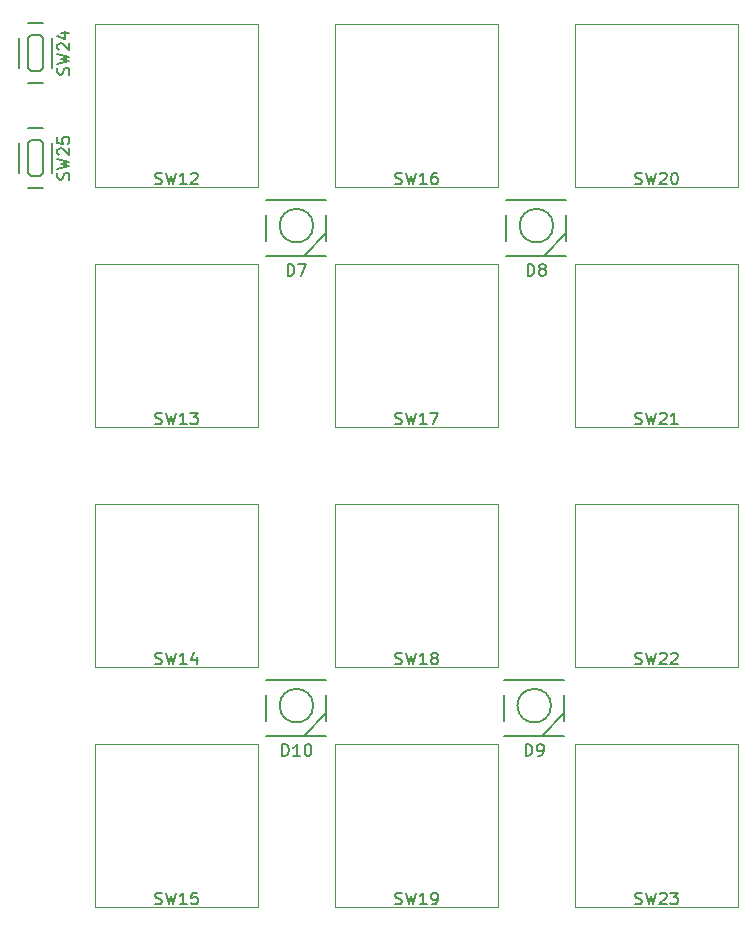
<source format=gto>
G04 #@! TF.GenerationSoftware,KiCad,Pcbnew,(5.1.5)-3*
G04 #@! TF.CreationDate,2020-09-25T18:16:36+09:00*
G04 #@! TF.ProjectId,righthand,72696768-7468-4616-9e64-2e6b69636164,rev?*
G04 #@! TF.SameCoordinates,Original*
G04 #@! TF.FileFunction,Legend,Top*
G04 #@! TF.FilePolarity,Positive*
%FSLAX46Y46*%
G04 Gerber Fmt 4.6, Leading zero omitted, Abs format (unit mm)*
G04 Created by KiCad (PCBNEW (5.1.5)-3) date 2020-09-25 18:16:36*
%MOMM*%
%LPD*%
G04 APERTURE LIST*
%ADD10C,0.150000*%
%ADD11C,0.120000*%
G04 APERTURE END LIST*
D10*
X128397000Y-33020000D02*
X128651000Y-33274000D01*
X128397000Y-30480000D02*
X128397000Y-33020000D01*
X128651000Y-30226000D02*
X128397000Y-30480000D01*
X129413000Y-30226000D02*
X128651000Y-30226000D01*
X129667000Y-30480000D02*
X129413000Y-30226000D01*
X129667000Y-33020000D02*
X129667000Y-30480000D01*
X129413000Y-33274000D02*
X129667000Y-33020000D01*
X128651000Y-33274000D02*
X129413000Y-33274000D01*
X128397000Y-29210000D02*
X129667000Y-29210000D01*
X127635000Y-30480000D02*
X127635000Y-33020000D01*
X130429000Y-33020000D02*
X130429000Y-30480000D01*
X128397000Y-34290000D02*
X129667000Y-34290000D01*
X128397000Y-41910000D02*
X128651000Y-42164000D01*
X128397000Y-39370000D02*
X128397000Y-41910000D01*
X128651000Y-39116000D02*
X128397000Y-39370000D01*
X129413000Y-39116000D02*
X128651000Y-39116000D01*
X129667000Y-39370000D02*
X129413000Y-39116000D01*
X129667000Y-41910000D02*
X129667000Y-39370000D01*
X129413000Y-42164000D02*
X129667000Y-41910000D01*
X128651000Y-42164000D02*
X129413000Y-42164000D01*
X128397000Y-38100000D02*
X129667000Y-38100000D01*
X127635000Y-39370000D02*
X127635000Y-41910000D01*
X130429000Y-41910000D02*
X130429000Y-39370000D01*
X128397000Y-43180000D02*
X129667000Y-43180000D01*
X148590000Y-48895000D02*
X153670000Y-48895000D01*
X153670000Y-44196000D02*
X148590000Y-44196000D01*
X153670000Y-46990000D02*
X151765000Y-48895000D01*
X152549903Y-46355000D02*
G75*
G03X152549903Y-46355000I-1419903J0D01*
G01*
X153670000Y-45466000D02*
X153670000Y-47625000D01*
X148590000Y-45466000D02*
X148590000Y-47625000D01*
X168910000Y-48895000D02*
X173990000Y-48895000D01*
X173990000Y-44196000D02*
X168910000Y-44196000D01*
X173990000Y-46990000D02*
X172085000Y-48895000D01*
X172869903Y-46355000D02*
G75*
G03X172869903Y-46355000I-1419903J0D01*
G01*
X173990000Y-45466000D02*
X173990000Y-47625000D01*
X168910000Y-45466000D02*
X168910000Y-47625000D01*
X168725000Y-89535000D02*
X173805000Y-89535000D01*
X173805000Y-84836000D02*
X168725000Y-84836000D01*
X173805000Y-87630000D02*
X171900000Y-89535000D01*
X172684903Y-86995000D02*
G75*
G03X172684903Y-86995000I-1419903J0D01*
G01*
X173805000Y-86106000D02*
X173805000Y-88265000D01*
X168725000Y-86106000D02*
X168725000Y-88265000D01*
X148590000Y-89535000D02*
X153670000Y-89535000D01*
X153670000Y-84836000D02*
X148590000Y-84836000D01*
X153670000Y-87630000D02*
X151765000Y-89535000D01*
X152549903Y-86995000D02*
G75*
G03X152549903Y-86995000I-1419903J0D01*
G01*
X153670000Y-86106000D02*
X153670000Y-88265000D01*
X148590000Y-86106000D02*
X148590000Y-88265000D01*
D11*
X147870000Y-43095000D02*
X147870000Y-36295000D01*
X134070000Y-43095000D02*
X147870000Y-43095000D01*
X134070000Y-29295000D02*
X134070000Y-43095000D01*
X147870000Y-29295000D02*
X134070000Y-29295000D01*
X147870000Y-36295000D02*
X147870000Y-29295000D01*
X147870000Y-63415000D02*
X147870000Y-56615000D01*
X134070000Y-63415000D02*
X147870000Y-63415000D01*
X134070000Y-49615000D02*
X134070000Y-63415000D01*
X147870000Y-49615000D02*
X134070000Y-49615000D01*
X147870000Y-56615000D02*
X147870000Y-49615000D01*
X147870000Y-83735000D02*
X147870000Y-76935000D01*
X134070000Y-83735000D02*
X147870000Y-83735000D01*
X134070000Y-69935000D02*
X134070000Y-83735000D01*
X147870000Y-69935000D02*
X134070000Y-69935000D01*
X147870000Y-76935000D02*
X147870000Y-69935000D01*
X147870000Y-104055000D02*
X147870000Y-97255000D01*
X134070000Y-104055000D02*
X147870000Y-104055000D01*
X134070000Y-90255000D02*
X134070000Y-104055000D01*
X147870000Y-90255000D02*
X134070000Y-90255000D01*
X147870000Y-97255000D02*
X147870000Y-90255000D01*
X168190000Y-43095000D02*
X168190000Y-36295000D01*
X154390000Y-43095000D02*
X168190000Y-43095000D01*
X154390000Y-29295000D02*
X154390000Y-43095000D01*
X168190000Y-29295000D02*
X154390000Y-29295000D01*
X168190000Y-36295000D02*
X168190000Y-29295000D01*
X168190000Y-63415000D02*
X168190000Y-56615000D01*
X154390000Y-63415000D02*
X168190000Y-63415000D01*
X154390000Y-49615000D02*
X154390000Y-63415000D01*
X168190000Y-49615000D02*
X154390000Y-49615000D01*
X168190000Y-56615000D02*
X168190000Y-49615000D01*
X168190000Y-83735000D02*
X168190000Y-76935000D01*
X154390000Y-83735000D02*
X168190000Y-83735000D01*
X154390000Y-69935000D02*
X154390000Y-83735000D01*
X168190000Y-69935000D02*
X154390000Y-69935000D01*
X168190000Y-76935000D02*
X168190000Y-69935000D01*
X168190000Y-104055000D02*
X168190000Y-97255000D01*
X154390000Y-104055000D02*
X168190000Y-104055000D01*
X154390000Y-90255000D02*
X154390000Y-104055000D01*
X168190000Y-90255000D02*
X154390000Y-90255000D01*
X168190000Y-97255000D02*
X168190000Y-90255000D01*
X188510000Y-43095000D02*
X188510000Y-36295000D01*
X174710000Y-43095000D02*
X188510000Y-43095000D01*
X174710000Y-29295000D02*
X174710000Y-43095000D01*
X188510000Y-29295000D02*
X174710000Y-29295000D01*
X188510000Y-36295000D02*
X188510000Y-29295000D01*
X188510000Y-63415000D02*
X188510000Y-56615000D01*
X174710000Y-63415000D02*
X188510000Y-63415000D01*
X174710000Y-49615000D02*
X174710000Y-63415000D01*
X188510000Y-49615000D02*
X174710000Y-49615000D01*
X188510000Y-56615000D02*
X188510000Y-49615000D01*
X188510000Y-83735000D02*
X188510000Y-76935000D01*
X174710000Y-83735000D02*
X188510000Y-83735000D01*
X174710000Y-69935000D02*
X174710000Y-83735000D01*
X188510000Y-69935000D02*
X174710000Y-69935000D01*
X188510000Y-76935000D02*
X188510000Y-69935000D01*
X188510000Y-104055000D02*
X188510000Y-97255000D01*
X174710000Y-104055000D02*
X188510000Y-104055000D01*
X174710000Y-90255000D02*
X174710000Y-104055000D01*
X188510000Y-90255000D02*
X174710000Y-90255000D01*
X188510000Y-97255000D02*
X188510000Y-90255000D01*
D10*
X131849761Y-33559523D02*
X131897380Y-33416666D01*
X131897380Y-33178571D01*
X131849761Y-33083333D01*
X131802142Y-33035714D01*
X131706904Y-32988095D01*
X131611666Y-32988095D01*
X131516428Y-33035714D01*
X131468809Y-33083333D01*
X131421190Y-33178571D01*
X131373571Y-33369047D01*
X131325952Y-33464285D01*
X131278333Y-33511904D01*
X131183095Y-33559523D01*
X131087857Y-33559523D01*
X130992619Y-33511904D01*
X130945000Y-33464285D01*
X130897380Y-33369047D01*
X130897380Y-33130952D01*
X130945000Y-32988095D01*
X130897380Y-32654761D02*
X131897380Y-32416666D01*
X131183095Y-32226190D01*
X131897380Y-32035714D01*
X130897380Y-31797619D01*
X130992619Y-31464285D02*
X130945000Y-31416666D01*
X130897380Y-31321428D01*
X130897380Y-31083333D01*
X130945000Y-30988095D01*
X130992619Y-30940476D01*
X131087857Y-30892857D01*
X131183095Y-30892857D01*
X131325952Y-30940476D01*
X131897380Y-31511904D01*
X131897380Y-30892857D01*
X131230714Y-30035714D02*
X131897380Y-30035714D01*
X130849761Y-30273809D02*
X131564047Y-30511904D01*
X131564047Y-29892857D01*
X131849761Y-42449523D02*
X131897380Y-42306666D01*
X131897380Y-42068571D01*
X131849761Y-41973333D01*
X131802142Y-41925714D01*
X131706904Y-41878095D01*
X131611666Y-41878095D01*
X131516428Y-41925714D01*
X131468809Y-41973333D01*
X131421190Y-42068571D01*
X131373571Y-42259047D01*
X131325952Y-42354285D01*
X131278333Y-42401904D01*
X131183095Y-42449523D01*
X131087857Y-42449523D01*
X130992619Y-42401904D01*
X130945000Y-42354285D01*
X130897380Y-42259047D01*
X130897380Y-42020952D01*
X130945000Y-41878095D01*
X130897380Y-41544761D02*
X131897380Y-41306666D01*
X131183095Y-41116190D01*
X131897380Y-40925714D01*
X130897380Y-40687619D01*
X130992619Y-40354285D02*
X130945000Y-40306666D01*
X130897380Y-40211428D01*
X130897380Y-39973333D01*
X130945000Y-39878095D01*
X130992619Y-39830476D01*
X131087857Y-39782857D01*
X131183095Y-39782857D01*
X131325952Y-39830476D01*
X131897380Y-40401904D01*
X131897380Y-39782857D01*
X130897380Y-38878095D02*
X130897380Y-39354285D01*
X131373571Y-39401904D01*
X131325952Y-39354285D01*
X131278333Y-39259047D01*
X131278333Y-39020952D01*
X131325952Y-38925714D01*
X131373571Y-38878095D01*
X131468809Y-38830476D01*
X131706904Y-38830476D01*
X131802142Y-38878095D01*
X131849761Y-38925714D01*
X131897380Y-39020952D01*
X131897380Y-39259047D01*
X131849761Y-39354285D01*
X131802142Y-39401904D01*
X150391904Y-50617380D02*
X150391904Y-49617380D01*
X150630000Y-49617380D01*
X150772857Y-49665000D01*
X150868095Y-49760238D01*
X150915714Y-49855476D01*
X150963333Y-50045952D01*
X150963333Y-50188809D01*
X150915714Y-50379285D01*
X150868095Y-50474523D01*
X150772857Y-50569761D01*
X150630000Y-50617380D01*
X150391904Y-50617380D01*
X151296666Y-49617380D02*
X151963333Y-49617380D01*
X151534761Y-50617380D01*
X170711904Y-50617380D02*
X170711904Y-49617380D01*
X170950000Y-49617380D01*
X171092857Y-49665000D01*
X171188095Y-49760238D01*
X171235714Y-49855476D01*
X171283333Y-50045952D01*
X171283333Y-50188809D01*
X171235714Y-50379285D01*
X171188095Y-50474523D01*
X171092857Y-50569761D01*
X170950000Y-50617380D01*
X170711904Y-50617380D01*
X171854761Y-50045952D02*
X171759523Y-49998333D01*
X171711904Y-49950714D01*
X171664285Y-49855476D01*
X171664285Y-49807857D01*
X171711904Y-49712619D01*
X171759523Y-49665000D01*
X171854761Y-49617380D01*
X172045238Y-49617380D01*
X172140476Y-49665000D01*
X172188095Y-49712619D01*
X172235714Y-49807857D01*
X172235714Y-49855476D01*
X172188095Y-49950714D01*
X172140476Y-49998333D01*
X172045238Y-50045952D01*
X171854761Y-50045952D01*
X171759523Y-50093571D01*
X171711904Y-50141190D01*
X171664285Y-50236428D01*
X171664285Y-50426904D01*
X171711904Y-50522142D01*
X171759523Y-50569761D01*
X171854761Y-50617380D01*
X172045238Y-50617380D01*
X172140476Y-50569761D01*
X172188095Y-50522142D01*
X172235714Y-50426904D01*
X172235714Y-50236428D01*
X172188095Y-50141190D01*
X172140476Y-50093571D01*
X172045238Y-50045952D01*
X170526904Y-91257380D02*
X170526904Y-90257380D01*
X170765000Y-90257380D01*
X170907857Y-90305000D01*
X171003095Y-90400238D01*
X171050714Y-90495476D01*
X171098333Y-90685952D01*
X171098333Y-90828809D01*
X171050714Y-91019285D01*
X171003095Y-91114523D01*
X170907857Y-91209761D01*
X170765000Y-91257380D01*
X170526904Y-91257380D01*
X171574523Y-91257380D02*
X171765000Y-91257380D01*
X171860238Y-91209761D01*
X171907857Y-91162142D01*
X172003095Y-91019285D01*
X172050714Y-90828809D01*
X172050714Y-90447857D01*
X172003095Y-90352619D01*
X171955476Y-90305000D01*
X171860238Y-90257380D01*
X171669761Y-90257380D01*
X171574523Y-90305000D01*
X171526904Y-90352619D01*
X171479285Y-90447857D01*
X171479285Y-90685952D01*
X171526904Y-90781190D01*
X171574523Y-90828809D01*
X171669761Y-90876428D01*
X171860238Y-90876428D01*
X171955476Y-90828809D01*
X172003095Y-90781190D01*
X172050714Y-90685952D01*
X149915714Y-91257380D02*
X149915714Y-90257380D01*
X150153809Y-90257380D01*
X150296666Y-90305000D01*
X150391904Y-90400238D01*
X150439523Y-90495476D01*
X150487142Y-90685952D01*
X150487142Y-90828809D01*
X150439523Y-91019285D01*
X150391904Y-91114523D01*
X150296666Y-91209761D01*
X150153809Y-91257380D01*
X149915714Y-91257380D01*
X151439523Y-91257380D02*
X150868095Y-91257380D01*
X151153809Y-91257380D02*
X151153809Y-90257380D01*
X151058571Y-90400238D01*
X150963333Y-90495476D01*
X150868095Y-90543095D01*
X152058571Y-90257380D02*
X152153809Y-90257380D01*
X152249047Y-90305000D01*
X152296666Y-90352619D01*
X152344285Y-90447857D01*
X152391904Y-90638333D01*
X152391904Y-90876428D01*
X152344285Y-91066904D01*
X152296666Y-91162142D01*
X152249047Y-91209761D01*
X152153809Y-91257380D01*
X152058571Y-91257380D01*
X151963333Y-91209761D01*
X151915714Y-91162142D01*
X151868095Y-91066904D01*
X151820476Y-90876428D01*
X151820476Y-90638333D01*
X151868095Y-90447857D01*
X151915714Y-90352619D01*
X151963333Y-90305000D01*
X152058571Y-90257380D01*
X139160476Y-42814761D02*
X139303333Y-42862380D01*
X139541428Y-42862380D01*
X139636666Y-42814761D01*
X139684285Y-42767142D01*
X139731904Y-42671904D01*
X139731904Y-42576666D01*
X139684285Y-42481428D01*
X139636666Y-42433809D01*
X139541428Y-42386190D01*
X139350952Y-42338571D01*
X139255714Y-42290952D01*
X139208095Y-42243333D01*
X139160476Y-42148095D01*
X139160476Y-42052857D01*
X139208095Y-41957619D01*
X139255714Y-41910000D01*
X139350952Y-41862380D01*
X139589047Y-41862380D01*
X139731904Y-41910000D01*
X140065238Y-41862380D02*
X140303333Y-42862380D01*
X140493809Y-42148095D01*
X140684285Y-42862380D01*
X140922380Y-41862380D01*
X141827142Y-42862380D02*
X141255714Y-42862380D01*
X141541428Y-42862380D02*
X141541428Y-41862380D01*
X141446190Y-42005238D01*
X141350952Y-42100476D01*
X141255714Y-42148095D01*
X142208095Y-41957619D02*
X142255714Y-41910000D01*
X142350952Y-41862380D01*
X142589047Y-41862380D01*
X142684285Y-41910000D01*
X142731904Y-41957619D01*
X142779523Y-42052857D01*
X142779523Y-42148095D01*
X142731904Y-42290952D01*
X142160476Y-42862380D01*
X142779523Y-42862380D01*
X139160476Y-63134761D02*
X139303333Y-63182380D01*
X139541428Y-63182380D01*
X139636666Y-63134761D01*
X139684285Y-63087142D01*
X139731904Y-62991904D01*
X139731904Y-62896666D01*
X139684285Y-62801428D01*
X139636666Y-62753809D01*
X139541428Y-62706190D01*
X139350952Y-62658571D01*
X139255714Y-62610952D01*
X139208095Y-62563333D01*
X139160476Y-62468095D01*
X139160476Y-62372857D01*
X139208095Y-62277619D01*
X139255714Y-62230000D01*
X139350952Y-62182380D01*
X139589047Y-62182380D01*
X139731904Y-62230000D01*
X140065238Y-62182380D02*
X140303333Y-63182380D01*
X140493809Y-62468095D01*
X140684285Y-63182380D01*
X140922380Y-62182380D01*
X141827142Y-63182380D02*
X141255714Y-63182380D01*
X141541428Y-63182380D02*
X141541428Y-62182380D01*
X141446190Y-62325238D01*
X141350952Y-62420476D01*
X141255714Y-62468095D01*
X142160476Y-62182380D02*
X142779523Y-62182380D01*
X142446190Y-62563333D01*
X142589047Y-62563333D01*
X142684285Y-62610952D01*
X142731904Y-62658571D01*
X142779523Y-62753809D01*
X142779523Y-62991904D01*
X142731904Y-63087142D01*
X142684285Y-63134761D01*
X142589047Y-63182380D01*
X142303333Y-63182380D01*
X142208095Y-63134761D01*
X142160476Y-63087142D01*
X139160476Y-83454761D02*
X139303333Y-83502380D01*
X139541428Y-83502380D01*
X139636666Y-83454761D01*
X139684285Y-83407142D01*
X139731904Y-83311904D01*
X139731904Y-83216666D01*
X139684285Y-83121428D01*
X139636666Y-83073809D01*
X139541428Y-83026190D01*
X139350952Y-82978571D01*
X139255714Y-82930952D01*
X139208095Y-82883333D01*
X139160476Y-82788095D01*
X139160476Y-82692857D01*
X139208095Y-82597619D01*
X139255714Y-82550000D01*
X139350952Y-82502380D01*
X139589047Y-82502380D01*
X139731904Y-82550000D01*
X140065238Y-82502380D02*
X140303333Y-83502380D01*
X140493809Y-82788095D01*
X140684285Y-83502380D01*
X140922380Y-82502380D01*
X141827142Y-83502380D02*
X141255714Y-83502380D01*
X141541428Y-83502380D02*
X141541428Y-82502380D01*
X141446190Y-82645238D01*
X141350952Y-82740476D01*
X141255714Y-82788095D01*
X142684285Y-82835714D02*
X142684285Y-83502380D01*
X142446190Y-82454761D02*
X142208095Y-83169047D01*
X142827142Y-83169047D01*
X139160476Y-103774761D02*
X139303333Y-103822380D01*
X139541428Y-103822380D01*
X139636666Y-103774761D01*
X139684285Y-103727142D01*
X139731904Y-103631904D01*
X139731904Y-103536666D01*
X139684285Y-103441428D01*
X139636666Y-103393809D01*
X139541428Y-103346190D01*
X139350952Y-103298571D01*
X139255714Y-103250952D01*
X139208095Y-103203333D01*
X139160476Y-103108095D01*
X139160476Y-103012857D01*
X139208095Y-102917619D01*
X139255714Y-102870000D01*
X139350952Y-102822380D01*
X139589047Y-102822380D01*
X139731904Y-102870000D01*
X140065238Y-102822380D02*
X140303333Y-103822380D01*
X140493809Y-103108095D01*
X140684285Y-103822380D01*
X140922380Y-102822380D01*
X141827142Y-103822380D02*
X141255714Y-103822380D01*
X141541428Y-103822380D02*
X141541428Y-102822380D01*
X141446190Y-102965238D01*
X141350952Y-103060476D01*
X141255714Y-103108095D01*
X142731904Y-102822380D02*
X142255714Y-102822380D01*
X142208095Y-103298571D01*
X142255714Y-103250952D01*
X142350952Y-103203333D01*
X142589047Y-103203333D01*
X142684285Y-103250952D01*
X142731904Y-103298571D01*
X142779523Y-103393809D01*
X142779523Y-103631904D01*
X142731904Y-103727142D01*
X142684285Y-103774761D01*
X142589047Y-103822380D01*
X142350952Y-103822380D01*
X142255714Y-103774761D01*
X142208095Y-103727142D01*
X159480476Y-42814761D02*
X159623333Y-42862380D01*
X159861428Y-42862380D01*
X159956666Y-42814761D01*
X160004285Y-42767142D01*
X160051904Y-42671904D01*
X160051904Y-42576666D01*
X160004285Y-42481428D01*
X159956666Y-42433809D01*
X159861428Y-42386190D01*
X159670952Y-42338571D01*
X159575714Y-42290952D01*
X159528095Y-42243333D01*
X159480476Y-42148095D01*
X159480476Y-42052857D01*
X159528095Y-41957619D01*
X159575714Y-41910000D01*
X159670952Y-41862380D01*
X159909047Y-41862380D01*
X160051904Y-41910000D01*
X160385238Y-41862380D02*
X160623333Y-42862380D01*
X160813809Y-42148095D01*
X161004285Y-42862380D01*
X161242380Y-41862380D01*
X162147142Y-42862380D02*
X161575714Y-42862380D01*
X161861428Y-42862380D02*
X161861428Y-41862380D01*
X161766190Y-42005238D01*
X161670952Y-42100476D01*
X161575714Y-42148095D01*
X163004285Y-41862380D02*
X162813809Y-41862380D01*
X162718571Y-41910000D01*
X162670952Y-41957619D01*
X162575714Y-42100476D01*
X162528095Y-42290952D01*
X162528095Y-42671904D01*
X162575714Y-42767142D01*
X162623333Y-42814761D01*
X162718571Y-42862380D01*
X162909047Y-42862380D01*
X163004285Y-42814761D01*
X163051904Y-42767142D01*
X163099523Y-42671904D01*
X163099523Y-42433809D01*
X163051904Y-42338571D01*
X163004285Y-42290952D01*
X162909047Y-42243333D01*
X162718571Y-42243333D01*
X162623333Y-42290952D01*
X162575714Y-42338571D01*
X162528095Y-42433809D01*
X159480476Y-63134761D02*
X159623333Y-63182380D01*
X159861428Y-63182380D01*
X159956666Y-63134761D01*
X160004285Y-63087142D01*
X160051904Y-62991904D01*
X160051904Y-62896666D01*
X160004285Y-62801428D01*
X159956666Y-62753809D01*
X159861428Y-62706190D01*
X159670952Y-62658571D01*
X159575714Y-62610952D01*
X159528095Y-62563333D01*
X159480476Y-62468095D01*
X159480476Y-62372857D01*
X159528095Y-62277619D01*
X159575714Y-62230000D01*
X159670952Y-62182380D01*
X159909047Y-62182380D01*
X160051904Y-62230000D01*
X160385238Y-62182380D02*
X160623333Y-63182380D01*
X160813809Y-62468095D01*
X161004285Y-63182380D01*
X161242380Y-62182380D01*
X162147142Y-63182380D02*
X161575714Y-63182380D01*
X161861428Y-63182380D02*
X161861428Y-62182380D01*
X161766190Y-62325238D01*
X161670952Y-62420476D01*
X161575714Y-62468095D01*
X162480476Y-62182380D02*
X163147142Y-62182380D01*
X162718571Y-63182380D01*
X159480476Y-83454761D02*
X159623333Y-83502380D01*
X159861428Y-83502380D01*
X159956666Y-83454761D01*
X160004285Y-83407142D01*
X160051904Y-83311904D01*
X160051904Y-83216666D01*
X160004285Y-83121428D01*
X159956666Y-83073809D01*
X159861428Y-83026190D01*
X159670952Y-82978571D01*
X159575714Y-82930952D01*
X159528095Y-82883333D01*
X159480476Y-82788095D01*
X159480476Y-82692857D01*
X159528095Y-82597619D01*
X159575714Y-82550000D01*
X159670952Y-82502380D01*
X159909047Y-82502380D01*
X160051904Y-82550000D01*
X160385238Y-82502380D02*
X160623333Y-83502380D01*
X160813809Y-82788095D01*
X161004285Y-83502380D01*
X161242380Y-82502380D01*
X162147142Y-83502380D02*
X161575714Y-83502380D01*
X161861428Y-83502380D02*
X161861428Y-82502380D01*
X161766190Y-82645238D01*
X161670952Y-82740476D01*
X161575714Y-82788095D01*
X162718571Y-82930952D02*
X162623333Y-82883333D01*
X162575714Y-82835714D01*
X162528095Y-82740476D01*
X162528095Y-82692857D01*
X162575714Y-82597619D01*
X162623333Y-82550000D01*
X162718571Y-82502380D01*
X162909047Y-82502380D01*
X163004285Y-82550000D01*
X163051904Y-82597619D01*
X163099523Y-82692857D01*
X163099523Y-82740476D01*
X163051904Y-82835714D01*
X163004285Y-82883333D01*
X162909047Y-82930952D01*
X162718571Y-82930952D01*
X162623333Y-82978571D01*
X162575714Y-83026190D01*
X162528095Y-83121428D01*
X162528095Y-83311904D01*
X162575714Y-83407142D01*
X162623333Y-83454761D01*
X162718571Y-83502380D01*
X162909047Y-83502380D01*
X163004285Y-83454761D01*
X163051904Y-83407142D01*
X163099523Y-83311904D01*
X163099523Y-83121428D01*
X163051904Y-83026190D01*
X163004285Y-82978571D01*
X162909047Y-82930952D01*
X159480476Y-103774761D02*
X159623333Y-103822380D01*
X159861428Y-103822380D01*
X159956666Y-103774761D01*
X160004285Y-103727142D01*
X160051904Y-103631904D01*
X160051904Y-103536666D01*
X160004285Y-103441428D01*
X159956666Y-103393809D01*
X159861428Y-103346190D01*
X159670952Y-103298571D01*
X159575714Y-103250952D01*
X159528095Y-103203333D01*
X159480476Y-103108095D01*
X159480476Y-103012857D01*
X159528095Y-102917619D01*
X159575714Y-102870000D01*
X159670952Y-102822380D01*
X159909047Y-102822380D01*
X160051904Y-102870000D01*
X160385238Y-102822380D02*
X160623333Y-103822380D01*
X160813809Y-103108095D01*
X161004285Y-103822380D01*
X161242380Y-102822380D01*
X162147142Y-103822380D02*
X161575714Y-103822380D01*
X161861428Y-103822380D02*
X161861428Y-102822380D01*
X161766190Y-102965238D01*
X161670952Y-103060476D01*
X161575714Y-103108095D01*
X162623333Y-103822380D02*
X162813809Y-103822380D01*
X162909047Y-103774761D01*
X162956666Y-103727142D01*
X163051904Y-103584285D01*
X163099523Y-103393809D01*
X163099523Y-103012857D01*
X163051904Y-102917619D01*
X163004285Y-102870000D01*
X162909047Y-102822380D01*
X162718571Y-102822380D01*
X162623333Y-102870000D01*
X162575714Y-102917619D01*
X162528095Y-103012857D01*
X162528095Y-103250952D01*
X162575714Y-103346190D01*
X162623333Y-103393809D01*
X162718571Y-103441428D01*
X162909047Y-103441428D01*
X163004285Y-103393809D01*
X163051904Y-103346190D01*
X163099523Y-103250952D01*
X179800476Y-42814761D02*
X179943333Y-42862380D01*
X180181428Y-42862380D01*
X180276666Y-42814761D01*
X180324285Y-42767142D01*
X180371904Y-42671904D01*
X180371904Y-42576666D01*
X180324285Y-42481428D01*
X180276666Y-42433809D01*
X180181428Y-42386190D01*
X179990952Y-42338571D01*
X179895714Y-42290952D01*
X179848095Y-42243333D01*
X179800476Y-42148095D01*
X179800476Y-42052857D01*
X179848095Y-41957619D01*
X179895714Y-41910000D01*
X179990952Y-41862380D01*
X180229047Y-41862380D01*
X180371904Y-41910000D01*
X180705238Y-41862380D02*
X180943333Y-42862380D01*
X181133809Y-42148095D01*
X181324285Y-42862380D01*
X181562380Y-41862380D01*
X181895714Y-41957619D02*
X181943333Y-41910000D01*
X182038571Y-41862380D01*
X182276666Y-41862380D01*
X182371904Y-41910000D01*
X182419523Y-41957619D01*
X182467142Y-42052857D01*
X182467142Y-42148095D01*
X182419523Y-42290952D01*
X181848095Y-42862380D01*
X182467142Y-42862380D01*
X183086190Y-41862380D02*
X183181428Y-41862380D01*
X183276666Y-41910000D01*
X183324285Y-41957619D01*
X183371904Y-42052857D01*
X183419523Y-42243333D01*
X183419523Y-42481428D01*
X183371904Y-42671904D01*
X183324285Y-42767142D01*
X183276666Y-42814761D01*
X183181428Y-42862380D01*
X183086190Y-42862380D01*
X182990952Y-42814761D01*
X182943333Y-42767142D01*
X182895714Y-42671904D01*
X182848095Y-42481428D01*
X182848095Y-42243333D01*
X182895714Y-42052857D01*
X182943333Y-41957619D01*
X182990952Y-41910000D01*
X183086190Y-41862380D01*
X179800476Y-63134761D02*
X179943333Y-63182380D01*
X180181428Y-63182380D01*
X180276666Y-63134761D01*
X180324285Y-63087142D01*
X180371904Y-62991904D01*
X180371904Y-62896666D01*
X180324285Y-62801428D01*
X180276666Y-62753809D01*
X180181428Y-62706190D01*
X179990952Y-62658571D01*
X179895714Y-62610952D01*
X179848095Y-62563333D01*
X179800476Y-62468095D01*
X179800476Y-62372857D01*
X179848095Y-62277619D01*
X179895714Y-62230000D01*
X179990952Y-62182380D01*
X180229047Y-62182380D01*
X180371904Y-62230000D01*
X180705238Y-62182380D02*
X180943333Y-63182380D01*
X181133809Y-62468095D01*
X181324285Y-63182380D01*
X181562380Y-62182380D01*
X181895714Y-62277619D02*
X181943333Y-62230000D01*
X182038571Y-62182380D01*
X182276666Y-62182380D01*
X182371904Y-62230000D01*
X182419523Y-62277619D01*
X182467142Y-62372857D01*
X182467142Y-62468095D01*
X182419523Y-62610952D01*
X181848095Y-63182380D01*
X182467142Y-63182380D01*
X183419523Y-63182380D02*
X182848095Y-63182380D01*
X183133809Y-63182380D02*
X183133809Y-62182380D01*
X183038571Y-62325238D01*
X182943333Y-62420476D01*
X182848095Y-62468095D01*
X179800476Y-83454761D02*
X179943333Y-83502380D01*
X180181428Y-83502380D01*
X180276666Y-83454761D01*
X180324285Y-83407142D01*
X180371904Y-83311904D01*
X180371904Y-83216666D01*
X180324285Y-83121428D01*
X180276666Y-83073809D01*
X180181428Y-83026190D01*
X179990952Y-82978571D01*
X179895714Y-82930952D01*
X179848095Y-82883333D01*
X179800476Y-82788095D01*
X179800476Y-82692857D01*
X179848095Y-82597619D01*
X179895714Y-82550000D01*
X179990952Y-82502380D01*
X180229047Y-82502380D01*
X180371904Y-82550000D01*
X180705238Y-82502380D02*
X180943333Y-83502380D01*
X181133809Y-82788095D01*
X181324285Y-83502380D01*
X181562380Y-82502380D01*
X181895714Y-82597619D02*
X181943333Y-82550000D01*
X182038571Y-82502380D01*
X182276666Y-82502380D01*
X182371904Y-82550000D01*
X182419523Y-82597619D01*
X182467142Y-82692857D01*
X182467142Y-82788095D01*
X182419523Y-82930952D01*
X181848095Y-83502380D01*
X182467142Y-83502380D01*
X182848095Y-82597619D02*
X182895714Y-82550000D01*
X182990952Y-82502380D01*
X183229047Y-82502380D01*
X183324285Y-82550000D01*
X183371904Y-82597619D01*
X183419523Y-82692857D01*
X183419523Y-82788095D01*
X183371904Y-82930952D01*
X182800476Y-83502380D01*
X183419523Y-83502380D01*
X179800476Y-103774761D02*
X179943333Y-103822380D01*
X180181428Y-103822380D01*
X180276666Y-103774761D01*
X180324285Y-103727142D01*
X180371904Y-103631904D01*
X180371904Y-103536666D01*
X180324285Y-103441428D01*
X180276666Y-103393809D01*
X180181428Y-103346190D01*
X179990952Y-103298571D01*
X179895714Y-103250952D01*
X179848095Y-103203333D01*
X179800476Y-103108095D01*
X179800476Y-103012857D01*
X179848095Y-102917619D01*
X179895714Y-102870000D01*
X179990952Y-102822380D01*
X180229047Y-102822380D01*
X180371904Y-102870000D01*
X180705238Y-102822380D02*
X180943333Y-103822380D01*
X181133809Y-103108095D01*
X181324285Y-103822380D01*
X181562380Y-102822380D01*
X181895714Y-102917619D02*
X181943333Y-102870000D01*
X182038571Y-102822380D01*
X182276666Y-102822380D01*
X182371904Y-102870000D01*
X182419523Y-102917619D01*
X182467142Y-103012857D01*
X182467142Y-103108095D01*
X182419523Y-103250952D01*
X181848095Y-103822380D01*
X182467142Y-103822380D01*
X182800476Y-102822380D02*
X183419523Y-102822380D01*
X183086190Y-103203333D01*
X183229047Y-103203333D01*
X183324285Y-103250952D01*
X183371904Y-103298571D01*
X183419523Y-103393809D01*
X183419523Y-103631904D01*
X183371904Y-103727142D01*
X183324285Y-103774761D01*
X183229047Y-103822380D01*
X182943333Y-103822380D01*
X182848095Y-103774761D01*
X182800476Y-103727142D01*
M02*

</source>
